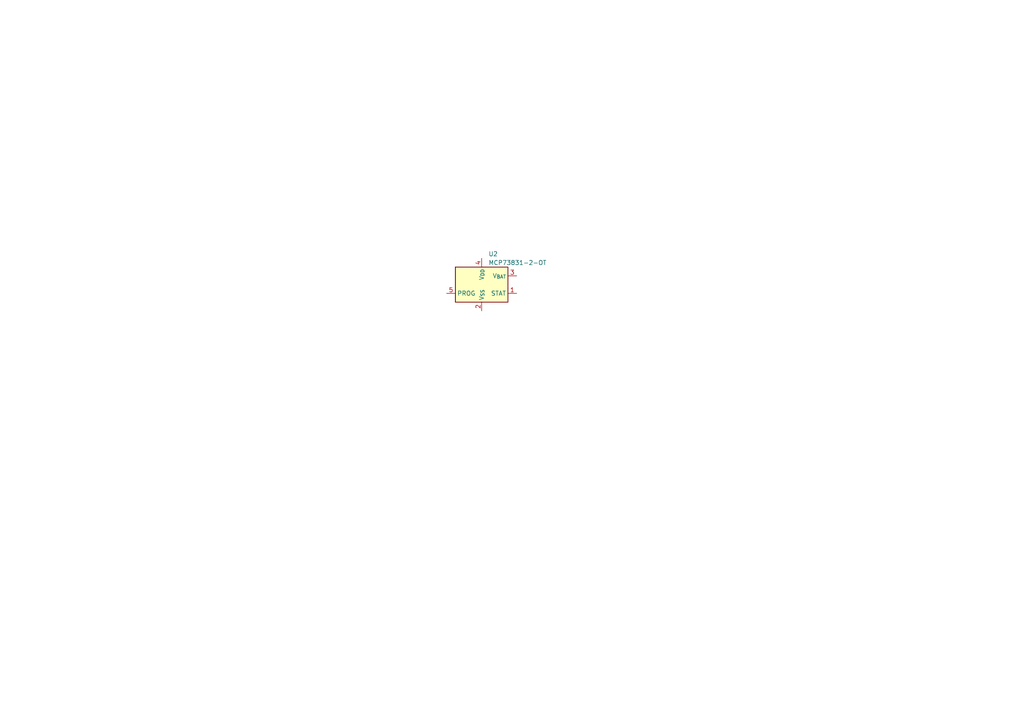
<source format=kicad_sch>
(kicad_sch (version 20230121) (generator eeschema)
  (paper "A4")
  (lib_symbols
    (symbol "Battery_Management:MCP73831-2-OT"
      (property "Reference" "U" (at -7.62 6.35 0))
      (property "Value" "MCP73831-2-OT" (at 1.27 6.35 0))
      (symbol "MCP73831-2-OT_0_1"
        (rectangle (start -7.62 5.08) (end 7.62 -5.08) (stroke (width 0.254)) (fill (type background)))
      )
      (symbol "MCP73831-2-OT_1_1"
        (pin output line (at 10.16 -2.54 180) (length 2.54) (name "STAT") (number "1"))
        (pin power_in line (at 0 -7.62 90) (length 2.54) (name "V_{SS}") (number "2"))
        (pin power_out line (at 10.16 2.54 180) (length 2.54) (name "V_{BAT}") (number "3"))
        (pin power_in line (at 0 7.62 270) (length 2.54) (name "V_{DD}") (number "4"))
        (pin input line (at -10.16 -2.54 0) (length 2.54) (name "PROG") (number "5"))
      )
    )
  )
  (symbol (lib_id "Battery_Management:MCP73831-2-OT") (at 139.7 82.55 0) (unit 1)
    (property "Reference" "U2" (at 141.6559 73.66 0) (effects (justify left)))
    (property "Value" "MCP73831-2-OT" (at 141.6559 76.2 0) (effects (justify left)))
    (property "Footprint" "Package_TO_SOT_SMD:SOT-23-5" (effects hide))
    (property "Datasheet" "http://ww1.microchip.com/downloads/en/DeviceDoc/20001984g.pdf" (effects hide))
  )
)
</source>
